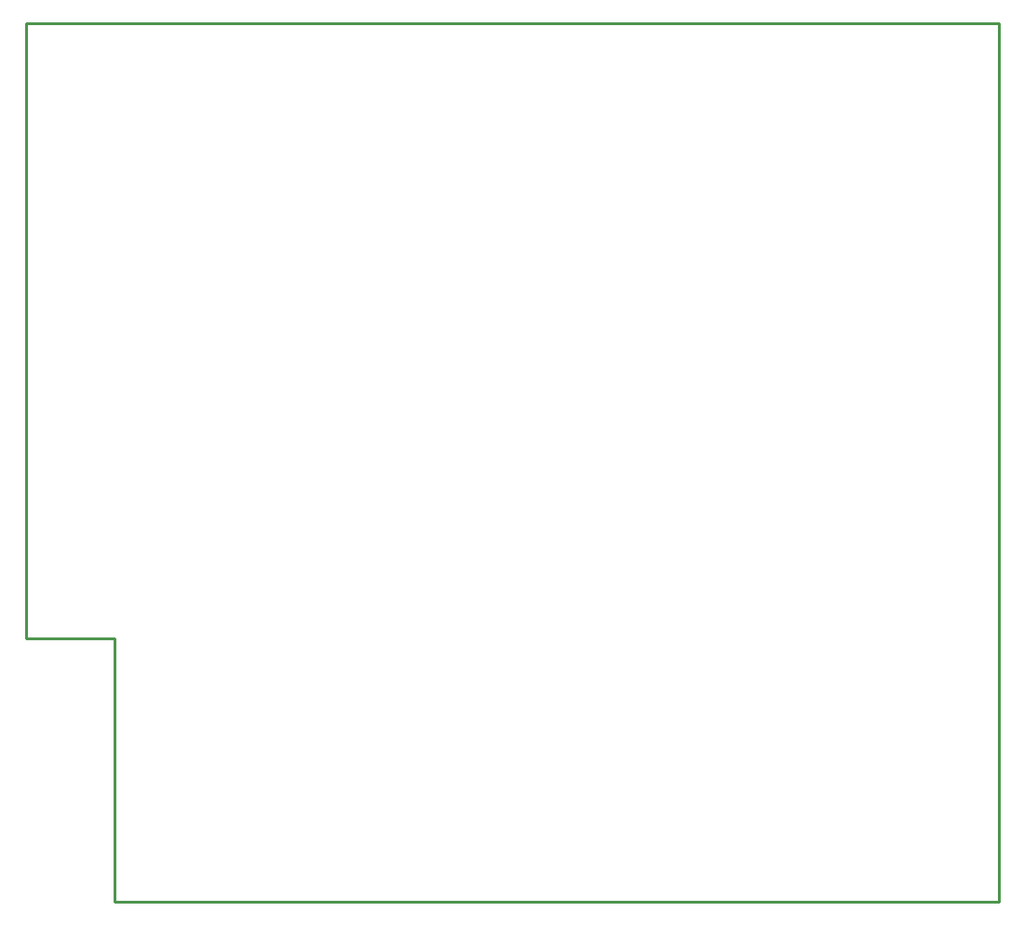
<source format=gko>
G04 Layer_Color=32768*
%FSLAX25Y25*%
%MOIN*%
G70*
G01*
G75*
%ADD33C,0.01000*%
D33*
X-31890Y314500D02*
X9909D01*
X316378D01*
X0Y0D02*
X316378D01*
X-31890Y94252D02*
Y314500D01*
Y94252D02*
X0D01*
Y0D02*
Y94252D01*
X316378Y0D02*
Y314500D01*
M02*

</source>
